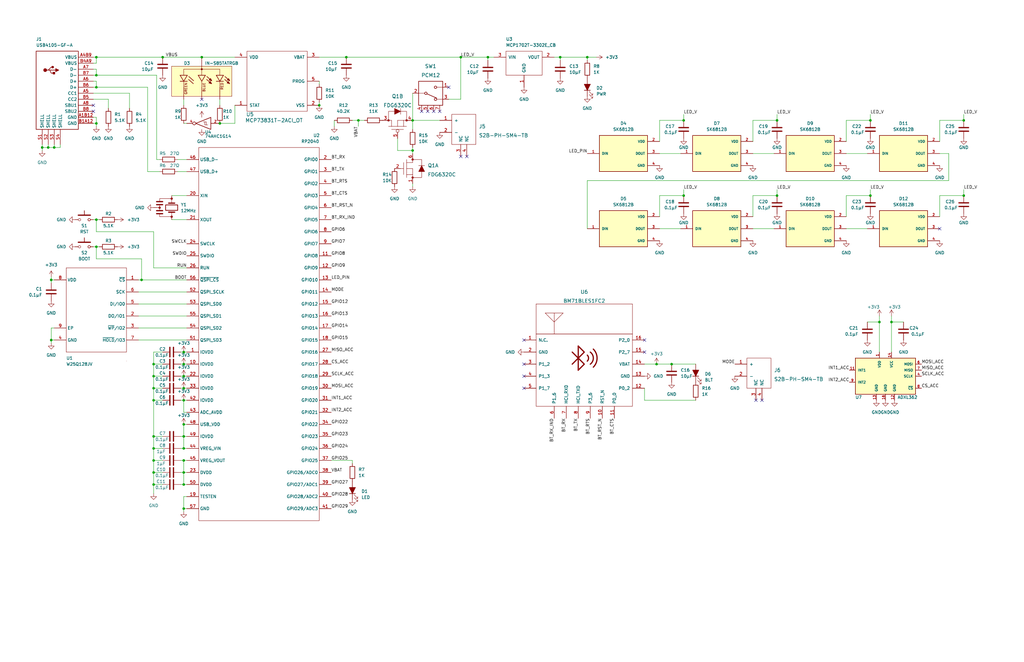
<source format=kicad_sch>
(kicad_sch (version 20211123) (generator eeschema)
  (paper "USLedger")
  (title_block (title "ENGR3430 Final Project - Nabih & Olivia Jo") (date "2022-10-14") (rev "Rev 1.0") (company "Olin College of Engineering"))
  (junction (at 367.03 50.8))
  (junction (at 64.77 153.67))
  (junction (at 205.74 24.13))
  (junction (at 134.62 44.45))
  (junction (at 85.09 24.13))
  (junction (at 64.77 168.91))
  (junction (at 77.47 148.59))
  (junction (at 64.77 194.31))
  (junction (at 77.47 179.07))
  (junction (at 17.78 62.23))
  (junction (at 40.64 36.83))
  (junction (at 22.86 62.23))
  (junction (at 77.47 199.39))
  (junction (at 40.64 52.07))
  (junction (at 247.65 24.13))
  (junction (at 173.99 63.5))
  (junction (at 20.32 62.23))
  (junction (at 64.77 184.15))
  (junction (at 77.47 189.23))
  (junction (at 146.05 24.13))
  (junction (at 375.92 135.89))
  (junction (at 173.99 50.8))
  (junction (at 77.47 158.75))
  (junction (at 68.58 24.13))
  (junction (at 77.47 163.83))
  (junction (at 64.77 163.83))
  (junction (at 40.64 24.13))
  (junction (at 288.29 82.55))
  (junction (at 370.84 135.89))
  (junction (at 77.47 214.63))
  (junction (at 77.47 194.31))
  (junction (at 92.71 52.07))
  (junction (at 367.03 82.55))
  (junction (at 236.22 24.13))
  (junction (at 77.47 204.47))
  (junction (at 283.21 153.67))
  (junction (at 151.13 50.8))
  (junction (at 276.86 153.67))
  (junction (at 64.77 199.39))
  (junction (at 77.47 184.15))
  (junction (at 40.64 92.71))
  (junction (at 77.47 168.91))
  (junction (at 21.59 143.51))
  (junction (at 406.4 50.8))
  (junction (at 327.66 50.8))
  (junction (at 327.66 82.55))
  (junction (at 40.64 104.14))
  (junction (at 59.69 118.11))
  (junction (at 288.29 50.8))
  (junction (at 406.4 82.55))
  (junction (at 21.59 118.11))
  (junction (at 64.77 204.47))
  (junction (at 194.31 24.13))
  (junction (at 40.64 31.75))
  (junction (at 64.77 189.23))
  (junction (at 77.47 153.67))
  (junction (at 64.77 158.75))
  (no_connect (at 189.23 36.83))
  (no_connect (at 39.37 46.99))
  (no_connect (at 39.37 44.45))
  (no_connect (at 318.77 168.91))
  (no_connect (at 321.31 168.91))
  (no_connect (at 85.09 41.91))
  (no_connect (at 396.24 96.52))
  (no_connect (at 180.34 46.99))
  (no_connect (at 182.88 46.99))
  (no_connect (at 177.8 46.99))
  (no_connect (at 185.42 46.99))
  (no_connect (at 196.85 66.04))
  (no_connect (at 194.31 66.04))
  (no_connect (at 220.98 143.51))
  (no_connect (at 271.78 143.51))
  (no_connect (at 220.98 158.75))
  (no_connect (at 220.98 163.83))
  (no_connect (at 220.98 153.67))
  (no_connect (at 271.78 148.59))
  (wire (pts (xy 76.2 168.91) (xy 77.47 168.91)))
  (wire (pts (xy 64.77 153.67) (xy 68.58 153.67)))
  (wire (pts (xy 77.47 44.45) (xy 77.47 41.91)))
  (wire (pts (xy 370.84 135.89) (xy 370.84 148.59)))
  (wire (pts (xy 76.2 163.83) (xy 77.47 163.83)))
  (wire (pts (xy 317.5 82.55) (xy 317.5 91.44)))
  (wire (pts (xy 67.31 72.39) (xy 62.23 72.39)))
  (wire (pts (xy 370.84 133.35) (xy 370.84 135.89)))
  (wire (pts (xy 271.78 168.91) (xy 271.78 163.83)))
  (wire (pts (xy 22.86 62.23) (xy 22.86 60.96)))
  (wire (pts (xy 64.77 168.91) (xy 64.77 163.83)))
  (wire (pts (xy 39.37 36.83) (xy 40.64 36.83)))
  (wire (pts (xy 278.13 82.55) (xy 288.29 82.55)))
  (wire (pts (xy 173.99 39.37) (xy 173.99 50.8)))
  (wire (pts (xy 40.64 36.83) (xy 62.23 36.83)))
  (wire (pts (xy 77.47 189.23) (xy 78.74 189.23)))
  (wire (pts (xy 317.5 50.8) (xy 327.66 50.8)))
  (wire (pts (xy 173.99 63.5) (xy 173.99 62.23)))
  (wire (pts (xy 22.86 62.23) (xy 25.4 62.23)))
  (wire (pts (xy 356.87 82.55) (xy 356.87 91.44)))
  (wire (pts (xy 173.99 50.8) (xy 185.42 50.8)))
  (wire (pts (xy 20.32 62.23) (xy 20.32 60.96)))
  (wire (pts (xy 278.13 64.77) (xy 287.02 64.77)))
  (wire (pts (xy 205.74 24.13) (xy 208.28 24.13)))
  (wire (pts (xy 59.69 109.22) (xy 59.69 118.11)))
  (wire (pts (xy 64.77 189.23) (xy 64.77 184.15)))
  (wire (pts (xy 64.77 184.15) (xy 68.58 184.15)))
  (wire (pts (xy 40.64 109.22) (xy 59.69 109.22)))
  (wire (pts (xy 40.64 49.53) (xy 40.64 52.07)))
  (wire (pts (xy 77.47 168.91) (xy 78.74 168.91)))
  (wire (pts (xy 236.22 24.13) (xy 247.65 24.13)))
  (wire (pts (xy 40.64 36.83) (xy 40.64 34.29)))
  (wire (pts (xy 375.92 135.89) (xy 381 135.89)))
  (wire (pts (xy 367.03 48.26) (xy 367.03 50.8)))
  (wire (pts (xy 375.92 148.59) (xy 375.92 135.89)))
  (wire (pts (xy 77.47 194.31) (xy 77.47 199.39)))
  (wire (pts (xy 278.13 96.52) (xy 287.02 96.52)))
  (wire (pts (xy 39.37 29.21) (xy 40.64 29.21)))
  (wire (pts (xy 396.24 50.8) (xy 406.4 50.8)))
  (wire (pts (xy 64.77 153.67) (xy 64.77 148.59)))
  (wire (pts (xy 64.77 158.75) (xy 64.77 153.67)))
  (wire (pts (xy 74.93 67.31) (xy 78.74 67.31)))
  (wire (pts (xy 77.47 184.15) (xy 78.74 184.15)))
  (wire (pts (xy 54.61 39.37) (xy 54.61 45.72)))
  (wire (pts (xy 396.24 82.55) (xy 406.4 82.55)))
  (wire (pts (xy 77.47 173.99) (xy 78.74 173.99)))
  (wire (pts (xy 205.74 25.4) (xy 205.74 24.13)))
  (wire (pts (xy 99.06 44.45) (xy 99.06 52.07)))
  (wire (pts (xy 76.2 184.15) (xy 77.47 184.15)))
  (wire (pts (xy 76.2 194.31) (xy 77.47 194.31)))
  (wire (pts (xy 278.13 50.8) (xy 288.29 50.8)))
  (wire (pts (xy 64.77 163.83) (xy 64.77 158.75)))
  (wire (pts (xy 327.66 48.26) (xy 327.66 50.8)))
  (wire (pts (xy 247.65 76.2) (xy 400.05 76.2)))
  (wire (pts (xy 189.23 41.91) (xy 194.31 41.91)))
  (wire (pts (xy 64.77 168.91) (xy 68.58 168.91)))
  (wire (pts (xy 278.13 82.55) (xy 278.13 91.44)))
  (wire (pts (xy 58.42 118.11) (xy 59.69 118.11)))
  (wire (pts (xy 40.64 52.07) (xy 40.64 53.34)))
  (wire (pts (xy 64.77 113.03) (xy 78.74 113.03)))
  (wire (pts (xy 77.47 199.39) (xy 77.47 204.47)))
  (wire (pts (xy 78.74 148.59) (xy 77.47 148.59)))
  (wire (pts (xy 356.87 50.8) (xy 367.03 50.8)))
  (wire (pts (xy 45.72 41.91) (xy 45.72 45.72)))
  (wire (pts (xy 21.59 119.38) (xy 21.59 118.11)))
  (wire (pts (xy 21.59 138.43) (xy 21.59 143.51)))
  (wire (pts (xy 76.2 189.23) (xy 77.47 189.23)))
  (wire (pts (xy 40.64 104.14) (xy 41.91 104.14)))
  (wire (pts (xy 194.31 41.91) (xy 194.31 24.13)))
  (wire (pts (xy 134.62 24.13) (xy 146.05 24.13)))
  (wire (pts (xy 67.31 67.31) (xy 66.04 67.31)))
  (wire (pts (xy 173.99 50.8) (xy 173.99 54.61)))
  (wire (pts (xy 77.47 179.07) (xy 77.47 184.15)))
  (wire (pts (xy 317.5 82.55) (xy 327.66 82.55)))
  (wire (pts (xy 78.74 194.31) (xy 77.47 194.31)))
  (wire (pts (xy 76.2 199.39) (xy 77.47 199.39)))
  (wire (pts (xy 39.37 39.37) (xy 54.61 39.37)))
  (wire (pts (xy 396.24 50.8) (xy 396.24 59.69)))
  (wire (pts (xy 233.68 24.13) (xy 236.22 24.13)))
  (wire (pts (xy 327.66 80.01) (xy 327.66 82.55)))
  (wire (pts (xy 396.24 82.55) (xy 396.24 91.44)))
  (wire (pts (xy 365.76 135.89) (xy 370.84 135.89)))
  (wire (pts (xy 92.71 44.45) (xy 92.71 41.91)))
  (wire (pts (xy 39.37 104.14) (xy 40.64 104.14)))
  (wire (pts (xy 21.59 116.84) (xy 21.59 118.11)))
  (wire (pts (xy 58.42 138.43) (xy 78.74 138.43)))
  (wire (pts (xy 148.59 50.8) (xy 151.13 50.8)))
  (wire (pts (xy 22.86 143.51) (xy 21.59 143.51)))
  (wire (pts (xy 85.09 24.13) (xy 99.06 24.13)))
  (wire (pts (xy 406.4 80.01) (xy 406.4 82.55)))
  (wire (pts (xy 77.47 179.07) (xy 78.74 179.07)))
  (wire (pts (xy 39.37 92.71) (xy 40.64 92.71)))
  (wire (pts (xy 77.47 204.47) (xy 78.74 204.47)))
  (wire (pts (xy 40.64 24.13) (xy 40.64 26.67)))
  (wire (pts (xy 173.99 78.74) (xy 173.99 77.47)))
  (wire (pts (xy 39.37 24.13) (xy 40.64 24.13)))
  (wire (pts (xy 40.64 31.75) (xy 66.04 31.75)))
  (wire (pts (xy 64.77 148.59) (xy 68.58 148.59)))
  (wire (pts (xy 66.04 31.75) (xy 66.04 67.31)))
  (wire (pts (xy 78.74 209.55) (xy 77.47 209.55)))
  (wire (pts (xy 64.77 199.39) (xy 68.58 199.39)))
  (wire (pts (xy 40.64 34.29) (xy 39.37 34.29)))
  (wire (pts (xy 406.4 48.26) (xy 406.4 50.8)))
  (wire (pts (xy 64.77 194.31) (xy 64.77 189.23)))
  (wire (pts (xy 247.65 24.13) (xy 251.46 24.13)))
  (wire (pts (xy 77.47 199.39) (xy 78.74 199.39)))
  (wire (pts (xy 140.97 53.34) (xy 140.97 50.8)))
  (wire (pts (xy 167.64 63.5) (xy 173.99 63.5)))
  (wire (pts (xy 40.64 31.75) (xy 39.37 31.75)))
  (wire (pts (xy 62.23 36.83) (xy 62.23 72.39)))
  (wire (pts (xy 68.58 24.13) (xy 85.09 24.13)))
  (wire (pts (xy 21.59 143.51) (xy 21.59 144.78)))
  (wire (pts (xy 17.78 62.23) (xy 20.32 62.23)))
  (wire (pts (xy 139.7 194.31) (xy 148.59 194.31)))
  (wire (pts (xy 39.37 26.67) (xy 40.64 26.67)))
  (wire (pts (xy 59.69 118.11) (xy 78.74 118.11)))
  (wire (pts (xy 77.47 168.91) (xy 77.47 173.99)))
  (wire (pts (xy 77.47 209.55) (xy 77.47 214.63)))
  (wire (pts (xy 39.37 49.53) (xy 40.64 49.53)))
  (wire (pts (xy 148.59 195.58) (xy 148.59 194.31)))
  (wire (pts (xy 77.47 158.75) (xy 78.74 158.75)))
  (wire (pts (xy 64.77 204.47) (xy 68.58 204.47)))
  (wire (pts (xy 375.92 133.35) (xy 375.92 135.89)))
  (wire (pts (xy 58.42 123.19) (xy 78.74 123.19)))
  (wire (pts (xy 64.77 189.23) (xy 68.58 189.23)))
  (wire (pts (xy 288.29 48.26) (xy 288.29 50.8)))
  (wire (pts (xy 17.78 63.5) (xy 17.78 62.23)))
  (wire (pts (xy 58.42 133.35) (xy 78.74 133.35)))
  (wire (pts (xy 40.64 29.21) (xy 40.64 31.75)))
  (wire (pts (xy 40.64 52.07) (xy 39.37 52.07)))
  (wire (pts (xy 64.77 194.31) (xy 68.58 194.31)))
  (wire (pts (xy 99.06 52.07) (xy 92.71 52.07)))
  (wire (pts (xy 58.42 143.51) (xy 78.74 143.51)))
  (wire (pts (xy 40.64 24.13) (xy 68.58 24.13)))
  (wire (pts (xy 21.59 118.11) (xy 22.86 118.11)))
  (wire (pts (xy 146.05 24.13) (xy 194.31 24.13)))
  (wire (pts (xy 40.64 97.79) (xy 64.77 97.79)))
  (wire (pts (xy 25.4 60.96) (xy 25.4 62.23)))
  (wire (pts (xy 400.05 64.77) (xy 396.24 64.77)))
  (wire (pts (xy 76.2 158.75) (xy 77.47 158.75)))
  (wire (pts (xy 17.78 62.23) (xy 17.78 60.96)))
  (wire (pts (xy 236.22 24.13) (xy 236.22 25.4)))
  (wire (pts (xy 134.62 43.18) (xy 134.62 44.45)))
  (wire (pts (xy 77.47 184.15) (xy 77.47 189.23)))
  (wire (pts (xy 356.87 50.8) (xy 356.87 59.69)))
  (wire (pts (xy 78.74 214.63) (xy 77.47 214.63)))
  (wire (pts (xy 40.64 92.71) (xy 41.91 92.71)))
  (wire (pts (xy 77.47 153.67) (xy 78.74 153.67)))
  (wire (pts (xy 40.64 92.71) (xy 40.64 97.79)))
  (wire (pts (xy 276.86 153.67) (xy 283.21 153.67)))
  (wire (pts (xy 72.39 82.55) (xy 78.74 82.55)))
  (wire (pts (xy 247.65 96.52) (xy 247.65 76.2)))
  (wire (pts (xy 293.37 168.91) (xy 271.78 168.91)))
  (wire (pts (xy 167.64 58.42) (xy 167.64 63.5)))
  (wire (pts (xy 78.74 52.07) (xy 77.47 52.07)))
  (wire (pts (xy 64.77 208.28) (xy 64.77 204.47)))
  (wire (pts (xy 367.03 80.01) (xy 367.03 82.55)))
  (wire (pts (xy 58.42 128.27) (xy 78.74 128.27)))
  (wire (pts (xy 247.65 24.13) (xy 247.65 25.4)))
  (wire (pts (xy 173.99 64.77) (xy 173.99 63.5)))
  (wire (pts (xy 356.87 64.77) (xy 365.76 64.77)))
  (wire (pts (xy 283.21 153.67) (xy 293.37 153.67)))
  (wire (pts (xy 400.05 76.2) (xy 400.05 64.77)))
  (wire (pts (xy 76.2 153.67) (xy 77.47 153.67)))
  (wire (pts (xy 317.5 64.77) (xy 326.39 64.77)))
  (wire (pts (xy 40.64 104.14) (xy 40.64 109.22)))
  (wire (pts (xy 22.86 138.43) (xy 21.59 138.43)))
  (wire (pts (xy 288.29 80.01) (xy 288.29 82.55)))
  (wire (pts (xy 194.31 24.13) (xy 205.74 24.13)))
  (wire (pts (xy 151.13 50.8) (xy 151.13 53.34)))
  (wire (pts (xy 278.13 50.8) (xy 278.13 59.69)))
  (wire (pts (xy 356.87 82.55) (xy 367.03 82.55)))
  (wire (pts (xy 134.62 34.29) (xy 134.62 35.56)))
  (wire (pts (xy 64.77 168.91) (xy 64.77 184.15)))
  (wire (pts (xy 20.32 62.23) (xy 22.86 62.23)))
  (wire (pts (xy 151.13 50.8) (xy 153.67 50.8)))
  (wire (pts (xy 74.93 72.39) (xy 78.74 72.39)))
  (wire (pts (xy 77.47 163.83) (xy 78.74 163.83)))
  (wire (pts (xy 64.77 97.79) (xy 64.77 113.03)))
  (wire (pts (xy 72.39 92.71) (xy 78.74 92.71)))
  (wire (pts (xy 39.37 41.91) (xy 45.72 41.91)))
  (wire (pts (xy 64.77 199.39) (xy 64.77 194.31)))
  (wire (pts (xy 76.2 204.47) (xy 77.47 204.47)))
  (wire (pts (xy 77.47 214.63) (xy 77.47 215.9)))
  (wire (pts (xy 64.77 158.75) (xy 68.58 158.75)))
  (wire (pts (xy 64.77 163.83) (xy 68.58 163.83)))
  (wire (pts (xy 356.87 96.52) (xy 365.76 96.52)))
  (wire (pts (xy 317.5 50.8) (xy 317.5 59.69)))
  (wire (pts (xy 271.78 153.67) (xy 276.86 153.67)))
  (wire (pts (xy 64.77 204.47) (xy 64.77 199.39)))
  (wire (pts (xy 317.5 96.52) (xy 326.39 96.52)))
  (wire (pts (xy 76.2 148.59) (xy 77.47 148.59)))
  (label "INT2_ACC" (at 139.7 173.99 0))
  (label "CS_ACC" (at 388.62 163.83 0))
  (label "CS_ACC" (at 139.7 153.67 0))
  (label "MISO_ACC" (at 139.7 148.59 0))
  (label "GPIO12" (at 139.7 128.27 0))
  (label "MODE" (at 309.88 153.67 180))
  (label "BT_RX" (at 238.76 176.53 270))
  (label "LED_PIN" (at 247.65 64.77 180))
  (label "LED_V" (at 327.66 80.01 0))
  (label "BT_RST_N" (at 139.7 87.63 0))
  (label "RUN" (at 78.74 113.03 180))
  (label "LED_PIN" (at 139.7 118.11 0))
  (label "SWDIO" (at 78.74 107.95 180))
  (label "GPIO6" (at 139.7 97.79 0))
  (label "SWCLK" (at 78.74 102.87 180))
  (label "BT_CTS" (at 259.08 176.53 270))
  (label "GPIO28" (at 139.7 209.55 0))
  (label "LED_V" (at 406.4 80.01 0))
  (label "GPIO24" (at 139.7 189.23 0))
  (label "GPIO27" (at 139.7 204.47 0))
  (label "VBAT" (at 139.7 199.39 0))
  (label "INT2_ACC" (at 358.14 161.29 180))
  (label "LED_V" (at 406.4 48.26 0))
  (label "LED_V" (at 194.31 24.13 0))
  (label "MISO_ACC" (at 388.62 156.21 0))
  (label "BT_TX" (at 139.7 72.39 0))
  (label "GPIO25" (at 139.7 194.31 0))
  (label "GPIO9" (at 139.7 113.03 0))
  (label "LED_V" (at 367.03 80.01 0))
  (label "BT_RX" (at 139.7 67.31 0))
  (label "GPIO14" (at 139.7 138.43 0))
  (label "BT_TX" (at 243.84 176.53 270))
  (label "SCLK_ACC" (at 139.7 158.75 0))
  (label "GPIO15" (at 139.7 143.51 0))
  (label "VBUS" (at 69.85 24.13 0))
  (label "SCLK_ACC" (at 388.62 158.75 0))
  (label "MOSI_ACC" (at 388.62 153.67 0))
  (label "LED_V" (at 288.29 80.01 0))
  (label "LED_V" (at 367.03 48.26 0))
  (label "BT_RTS" (at 248.92 176.53 270))
  (label "LED_V" (at 327.66 48.26 0))
  (label "BOOT" (at 78.74 118.11 180))
  (label "GPIO13" (at 139.7 133.35 0))
  (label "INT1_ACC" (at 139.7 168.91 0))
  (label "GPIO8" (at 139.7 107.95 0))
  (label "MODE" (at 139.7 123.19 0))
  (label "LED_V" (at 288.29 48.26 0))
  (label "BT_RTS" (at 139.7 77.47 0))
  (label "MOSI_ACC" (at 139.7 163.83 0))
  (label "BT_RST_N" (at 254 176.53 270))
  (label "GPIO29" (at 139.7 214.63 0))
  (label "BT_RX_IND" (at 233.68 176.53 270))
  (label "INT1_ACC" (at 358.14 156.21 180))
  (label "VBAT" (at 151.13 53.34 270))
  (label "BT_RX_IND" (at 139.7 92.71 0))
  (label "BT_CTS" (at 139.7 82.55 0))
  (label "GPIO7" (at 139.7 102.87 0))
  (label "GPIO23" (at 139.7 184.15 0))
  (label "GPIO22" (at 139.7 179.07 0))
  (symbol (lib_id "Device:C") (at 406.4 54.61 0) (mirror x) (unit 1)
    (property "Reference" "C25" (at 402.59 53.34 0) (effects (justify right)))
    (property "Value" "0.1µF" (at 403.86 55.88 0) (effects (justify right)))
    (property "Footprint" "Resistor_SMD:R_0603_1608Metric" (effects hide))
  )
  (symbol (lib_id "Device:C") (at 365.76 139.7 0) (mirror x) (unit 1)
    (property "Reference" "C21" (at 361.95 138.4299 0) (effects (justify right)))
    (property "Value" "0.1µF" (at 361.95 140.9699 0) (effects (justify right)))
    (property "Footprint" "Resistor_SMD:R_0603_1608Metric" (effects hide))
  )
  (symbol (lib_id "power:GND") (at 146.05 31.75 0) (unit 1)
    (property "Reference" "#PWR0109" (effects hide))
    (property "Value" "GND" (at 146.05 36.83 0))
  )
  (symbol (lib_id "power:GND") (at 85.09 54.61 0) (unit 1)
    (property "Reference" "#PWR0139" (effects hide))
    (property "Value" "GND" (at 85.09 59.69 0))
  )
  (symbol (lib_id "Device:R") (at 293.37 165.1 0) (unit 1)
    (property "Reference" "R16" (at 295.91 163.8299 0) (effects (justify left)))
    (property "Value" "1K" (at 295.91 166.3699 0) (effects (justify left)))
    (property "Footprint" "Resistor_SMD:R_0603_1608Metric" (effects hide))
  )
  (symbol (lib_id "Device:C") (at 327.66 86.36 0) (mirror x) (unit 1)
    (property "Reference" "C20" (at 323.85 85.09 0) (effects (justify right)))
    (property "Value" "0.1µF" (at 325.12 87.63 0) (effects (justify right)))
    (property "Footprint" "Resistor_SMD:R_0603_1608Metric" (effects hide))
  )
  (symbol (lib_id "power:GND") (at 31.75 104.14 270) (unit 1)
    (property "Reference" "#PWR06" (effects hide))
    (property "Value" "GND" (at 27.94 104.1399 90) (effects (justify right)))
  )
  (symbol (lib_id "power:+3V3") (at 370.84 133.35 0) (unit 1)
    (property "Reference" "#PWR0140" (effects hide))
    (property "Value" "+3V3" (at 368.3 129.54 0))
  )
  (symbol (lib_id "power:GND") (at 17.78 63.5 0) (unit 1)
    (property "Reference" "#PWR01" (effects hide))
    (property "Value" "GND" (at 17.78 68.58 0))
  )
  (symbol (lib_id "power:+3V3") (at 77.47 158.75 0) (unit 1)
    (property "Reference" "#PWR0104" (effects hide))
    (property "Value" "+3V3" (at 77.47 154.94 0))
  )
  (symbol (lib_id "Device:R") (at 173.99 58.42 0) (unit 1)
    (property "Reference" "R15" (at 176.53 57.1499 0) (effects (justify left)))
    (property "Value" "10K" (at 176.53 59.6899 0) (effects (justify left)))
    (property "Footprint" "Resistor_SMD:R_0603_1608Metric" (effects hide))
  )
  (symbol (lib_id "SnapEDA:4691") (at 341.63 64.77 0) (unit 1)
    (property "Reference" "D9" (at 341.63 52.07 0))
    (property "Value" "SK6812B" (at 341.63 54.61 0))
    (property "Footprint" "SnapEDA:LED_4691" (effects hide))
    (property "SNAPEDA_PN" "4691" (effects hide))
    (property "MAXIMUM_PACKAGE_HEIGHT" "2.05 mm" (effects hide))
    (property "STANDARD" "Manufacturer Recommendations" (effects hide))
    (property "MANUFACTURER" "Adafruit" (effects hide))
    (property "PARTREV" "04" (effects hide))
  )
  (symbol (lib_id "Device:R") (at 71.12 72.39 90) (unit 1)
    (property "Reference" "R6" (at 68.58 69.85 90))
    (property "Value" "27Ω" (at 73.66 69.85 90))
    (property "Footprint" "Resistor_SMD:R_0603_1608Metric" (effects hide))
  )
  (symbol (lib_id "SnapEDA:ADXL362") (at 373.38 158.75 0) (unit 1)
    (property "Reference" "U7" (at 360.68 167.64 0) (effects (justify left)))
    (property "Value" "ADXL362" (at 378.46 167.64 0) (effects (justify left)))
    (property "Footprint" "SnapEDA:TFLGA-16_3.3MMX3.1MM" (effects hide))
    (property "MOUSER" "584-ADXL362BCCZ-R7" (effects hide))
    (property "NEWARK" "47W0478" (effects hide))
    (property "DIGIKEY" "ADXL362BCCZ-RL7CT-ND" (effects hide))
  )
  (symbol (lib_id "Eclectronics:MCP73831T-2ACI_OT") (at 116.84 34.29 0) (unit 1)
    (property "Reference" "U5" (at 105.41 48.26 0) (effects (font (size 1.524 1.524))))
    (property "Value" "MCP73831T-2ACI_OT" (at 115.57 50.8 0) (effects (font (size 1.524 1.524))))
    (property "Footprint" "MCP:MCP73831T-2ACI&slash_OT" (effects hide))
  )
  (symbol (lib_id "power:GND") (at 406.4 58.42 0) (unit 1)
    (property "Reference" "#PWR0124" (effects hide))
    (property "Value" "GND" (at 406.4 62.23 0))
  )
  (symbol (lib_id "SnapEDA:4691") (at 381 64.77 0) (unit 1)
    (property "Reference" "D11" (at 381 52.07 0))
    (property "Value" "SK6812B" (at 381 54.61 0))
    (property "Footprint" "SnapEDA:LED_4691" (effects hide))
    (property "SNAPEDA_PN" "4691" (effects hide))
    (property "MAXIMUM_PACKAGE_HEIGHT" "2.05 mm" (effects hide))
    (property "STANDARD" "Manufacturer Recommendations" (effects hide))
    (property "MANUFACTURER" "Adafruit" (effects hide))
    (property "PARTREV" "04" (effects hide))
  )
  (symbol (lib_id "power:GND") (at 166.37 78.74 0) (unit 1)
    (property "Reference" "#PWR0106" (effects hide))
    (property "Value" "GND" (at 166.37 83.82 0))
  )
  (symbol (lib_id "power:GND") (at 140.97 53.34 0) (unit 1)
    (property "Reference" "#PWR0107" (effects hide))
    (property "Value" "GND" (at 140.97 58.42 0))
  )
  (symbol (lib_id "Eclectronics:SW") (at 35.56 92.71 270) (unit 1)
    (property "Reference" "S1" (at 35.56 95.25 90))
    (property "Value" "RST" (at 35.56 97.79 90))
    (property "Footprint" "Eclectronics:KXT321LHS" (effects hide))
  )
  (symbol (lib_id "Device:R") (at 77.47 48.26 0) (unit 1)
    (property "Reference" "R9" (at 73.66 46.99 0) (effects (justify left)))
    (property "Value" "1K" (at 73.66 49.53 0) (effects (justify left)))
    (property "Footprint" "Resistor_SMD:R_0603_1608Metric" (effects hide))
  )
  (symbol (lib_id "Device:C") (at 367.03 54.61 0) (mirror x) (unit 1)
    (property "Reference" "C22" (at 363.22 53.34 0) (effects (justify right)))
    (property "Value" "0.1µF" (at 364.49 55.88 0) (effects (justify right)))
    (property "Footprint" "Resistor_SMD:R_0603_1608Metric" (effects hide))
  )
  (symbol (lib_id "Device:C") (at 72.39 163.83 270) (unit 1)
    (property "Reference" "C5" (at 69.85 162.56 90) (effects (justify right)))
    (property "Value" "0.1µF" (at 71.12 165.1 90) (effects (justify right)))
    (property "Footprint" "Capacitor_SMD:C_0603_1608Metric" (effects hide))
  )
  (symbol (lib_id "Device:C") (at 146.05 27.94 0) (mirror x) (unit 1)
    (property "Reference" "C15" (at 142.24 26.6699 0) (effects (justify right)))
    (property "Value" "10µF" (at 142.24 29.2099 0) (effects (justify right)))
    (property "Footprint" "Capacitor_SMD:C_0805_2012Metric" (effects hide))
  )
  (symbol (lib_id "Eclectronics:S2B-PH-SM4-TB") (at 195.58 53.34 0) (unit 1)
    (property "Reference" "J5" (at 201.93 53.34 0) (effects (font (size 1.524 1.524)) (justify left)))
    (property "Value" "S2B-PH-SM4-TB" (at 201.93 57.15 0) (effects (font (size 1.524 1.524)) (justify left)))
    (property "Footprint" "Eclectronics:S2B-PH-SM4-TB" (effects hide))
  )
  (symbol (lib_id "Device:C") (at 72.39 199.39 270) (unit 1)
    (property "Reference" "C10" (at 69.85 198.12 90) (effects (justify right)))
    (property "Value" "0.1µF" (at 71.12 200.66 90) (effects (justify right)))
    (property "Footprint" "Capacitor_SMD:C_0603_1608Metric" (effects hide))
  )
  (symbol (lib_id "Device:C") (at 21.59 123.19 0) (mirror x) (unit 1)
    (property "Reference" "C1" (at 17.78 121.9199 0) (effects (justify right)))
    (property "Value" "0.1µF" (at 17.78 124.4599 0) (effects (justify right)))
    (property "Footprint" "Resistor_SMD:R_0603_1608Metric" (effects hide))
  )
  (symbol (lib_id "power:GND") (at 45.72 53.34 0) (unit 1)
    (property "Reference" "#PWR08" (effects hide))
    (property "Value" "GND" (at 45.72 58.42 0))
  )
  (symbol (lib_id "power:GND") (at 377.19 168.91 0) (unit 1)
    (property "Reference" "#PWR0134" (effects hide))
    (property "Value" "GND" (at 377.19 173.99 0))
  )
  (symbol (lib_id "SnapEDA:4691") (at 262.89 64.77 0) (unit 1)
    (property "Reference" "D4" (at 262.89 52.07 0))
    (property "Value" "SK6812B" (at 262.89 54.61 0))
    (property "Footprint" "SnapEDA:LED_4691" (effects hide))
    (property "SNAPEDA_PN" "4691" (effects hide))
    (property "MAXIMUM_PACKAGE_HEIGHT" "2.05 mm" (effects hide))
    (property "STANDARD" "Manufacturer Recommendations" (effects hide))
    (property "MANUFACTURER" "Adafruit" (effects hide))
    (property "PARTREV" "04" (effects hide))
  )
  (symbol (lib_id "74xGxx:74AHC1G14") (at 85.09 52.07 0) (mirror y) (unit 1)
    (property "Reference" "U4" (at 86.36 55.75 0) (effects (justify right)))
    (property "Value" "74AHC1G14" (at 86.36 57.5 0) (effects (justify right)))
    (property "Footprint" "SnapEDA:SOT65P210X110-5N" (effects hide))
    (property "Datasheet" "https://www.ti.com/lit/ds/symlink/sn74lvc1g14.pdf" (effects hide))
  )
  (symbol (lib_id "power:GND") (at 220.98 36.83 0) (unit 1)
    (property "Reference" "#PWR018" (effects hide))
    (property "Value" "GND" (at 220.98 41.91 0))
  )
  (symbol (lib_id "Device:R") (at 166.37 74.93 0) (unit 1)
    (property "Reference" "R14" (at 161.29 73.66 0) (effects (justify left)))
    (property "Value" "10K" (at 161.29 76.2 0) (effects (justify left)))
    (property "Footprint" "Resistor_SMD:R_0603_1608Metric" (effects hide))
  )
  (symbol (lib_id "Device:C") (at 72.39 168.91 270) (unit 1)
    (property "Reference" "C6" (at 69.85 167.64 90) (effects (justify right)))
    (property "Value" "0.1µF" (at 71.12 170.18 90) (effects (justify right)))
    (property "Footprint" "Capacitor_SMD:C_0603_1608Metric" (effects hide))
  )
  (symbol (lib_id "Device:R") (at 45.72 92.71 90) (unit 1)
    (property "Reference" "R2" (at 45.72 90.17 90))
    (property "Value" "5.1K" (at 45.72 95.25 90))
    (property "Footprint" "Resistor_SMD:R_0603_1608Metric" (effects hide))
  )
  (symbol (lib_id "power:GND") (at 288.29 58.42 0) (unit 1)
    (property "Reference" "#PWR0115" (effects hide))
    (property "Value" "GND" (at 288.29 62.23 0))
  )
  (symbol (lib_id "power:+3V3") (at 85.09 49.53 0) (unit 1)
    (property "Reference" "#PWR0138" (effects hide))
    (property "Value" "+3V3" (at 85.09 44.45 0))
  )
  (symbol (lib_id "Device:LED_Filled") (at 293.37 157.48 90) (unit 1)
    (property "Reference" "D6" (at 297.18 157.7974 90) (effects (justify right)))
    (property "Value" "BLT" (at 297.18 160.3374 90) (effects (justify right)))
    (property "Footprint" "LED_SMD:LED_0805_2012Metric" (effects hide))
  )
  (symbol (lib_id "Eclectronics:SW") (at 35.56 104.14 270) (unit 1)
    (property "Reference" "S2" (at 35.56 106.68 90))
    (property "Value" "BOOT" (at 35.56 109.22 90))
    (property "Footprint" "Eclectronics:KXT321LHS" (effects hide))
  )
  (symbol (lib_id "power:+3V3") (at 251.46 24.13 270) (unit 1)
    (property "Reference" "#PWR025" (effects hide))
    (property "Value" "+3V3" (at 255.27 24.1299 90) (effects (justify left)))
  )
  (symbol (lib_id "power:GND") (at 317.5 69.85 0) (unit 1)
    (property "Reference" "#PWR0119" (effects hide))
    (property "Value" "GND" (at 317.5 74.93 0))
  )
  (symbol (lib_id "power:+3V3") (at 77.47 153.67 0) (unit 1)
    (property "Reference" "#PWR0103" (effects hide))
    (property "Value" "+3V3" (at 77.47 149.86 0))
  )
  (symbol (lib_id "power:GND") (at 236.22 33.02 0) (unit 1)
    (property "Reference" "#PWR023" (effects hide))
    (property "Value" "GND" (at 236.22 38.1 0))
  )
  (symbol (lib_id "power:GND") (at 21.59 127 0) (unit 1)
    (property "Reference" "#PWR03" (effects hide))
    (property "Value" "GND" (at 21.59 132.08 0))
  )
  (symbol (lib_id "power:+3V3") (at 276.86 153.67 0) (unit 1)
    (property "Reference" "#PWR0126" (effects hide))
    (property "Value" "+3V3" (at 276.86 148.59 0) (effects (justify top)))
  )
  (symbol (lib_id "Eclectronics:S2B-PH-SM4-TB") (at 320.04 156.21 0) (unit 1)
    (property "Reference" "J6" (at 326.39 156.21 0) (effects (font (size 1.524 1.524)) (justify left)))
    (property "Value" "S2B-PH-SM4-TB" (at 326.39 160.02 0) (effects (font (size 1.524 1.524)) (justify left)))
    (property "Footprint" "Eclectronics:S2B-PH-SM4-TB" (effects hide))
  )
  (symbol (lib_id "Device:LED_Filled") (at 247.65 36.83 90) (unit 1)
    (property "Reference" "D2" (at 251.46 37.1474 90) (effects (justify right)))
    (property "Value" "PWR" (at 251.46 39.6874 90) (effects (justify right)))
    (property "Footprint" "LED_SMD:LED_0805_2012Metric" (effects hide))
  )
  (symbol (lib_id "power:GND") (at 40.64 53.34 0) (unit 1)
    (property "Reference" "#PWR07" (effects hide))
    (property "Value" "GND" (at 40.64 58.42 0))
  )
  (symbol (lib_id "power:GND") (at 77.47 215.9 0) (unit 1)
    (property "Reference" "#PWR015" (effects hide))
    (property "Value" "GND" (at 77.47 220.98 0))
  )
  (symbol (lib_id "Eclectronics:FDG6320C") (at 173.99 71.12 0) (unit 1)
    (property "Reference" "Q1" (at 180.34 69.85 0) (effects (font (size 1.524 1.524)) (justify left)))
    (property "Value" "FDG6320C" (at 180.34 73.66 0) (effects (font (size 1.524 1.524)) (justify left)))
    (property "Footprint" "SnapEDA:SOT65P210X110-6N" (effects hide))
  )
  (symbol (lib_id "Eclectronics:USB4105-GF-A") (at 24.13 38.1 0) (unit 1)
    (property "Reference" "J1" (at 15.24 16.51 0) (effects (justify left)))
    (property "Value" "USB4105-GF-A" (at 15.24 19.05 0) (effects (justify left)))
    (property "Footprint" "Eclectronics:USB4105-GF-A" (effects hide))
  )
  (symbol (lib_id "power:GND") (at 31.75 92.71 270) (unit 1)
    (property "Reference" "#PWR05" (effects hide))
    (property "Value" "GND" (at 27.94 92.7099 90) (effects (justify right)))
  )
  (symbol (lib_id "power:+3V3") (at 49.53 104.14 270) (unit 1)
    (property "Reference" "#PWR010" (effects hide))
    (property "Value" "+3V3" (at 53.594 104.1399 90) (effects (justify left)))
  )
  (symbol (lib_id "power:GND") (at 148.59 210.82 0) (unit 1)
    (property "Reference" "#PWR016" (effects hide))
    (property "Value" "GND" (at 148.59 215.9 0))
  )
  (symbol (lib_id "Eclectronics:BM71BLES1FC2") (at 246.38 151.13 0) (unit 1)
    (property "Reference" "U6" (at 246.38 123.19 0) (effects (font (size 1.524 1.524))))
    (property "Value" "BM71BLES1FC2" (at 246.38 127 0) (effects (font (size 1.524 1.524))))
    (property "Footprint" "Eclectronics:BM71BLES1FC2" (effects hide))
  )
  (symbol (lib_id "power:+3V3") (at 49.53 92.71 270) (unit 1)
    (property "Reference" "#PWR09" (effects hide))
    (property "Value" "+3V3" (at 53.594 92.7099 90) (effects (justify left)))
  )
  (symbol (lib_id "power:GND") (at 367.03 58.42 0) (unit 1)
    (property "Reference" "#PWR0122" (effects hide))
    (property "Value" "GND" (at 367.03 62.23 0))
  )
  (symbol (lib_id "Device:R") (at 157.48 50.8 90) (unit 1)
    (property "Reference" "R13" (at 157.48 44.45 90))
    (property "Value" "11K" (at 157.48 46.99 90))
    (property "Footprint" "Resistor_SMD:R_0603_1608Metric" (effects hide))
  )
  (symbol (lib_id "Device:C") (at 72.39 153.67 270) (unit 1)
    (property "Reference" "C3" (at 69.85 152.4 90) (effects (justify right)))
    (property "Value" "0.1µF" (at 71.12 154.94 90) (effects (justify right)))
    (property "Footprint" "Capacitor_SMD:C_0603_1608Metric" (effects hide))
  )
  (symbol (lib_id "Device:C") (at 283.21 157.48 0) (unit 1)
    (property "Reference" "C16" (at 287.02 156.2099 0) (effects (justify left)))
    (property "Value" "10µF" (at 287.02 158.7499 0) (effects (justify left)))
    (property "Footprint" "Capacitor_SMD:C_0805_2012Metric" (effects hide))
  )
  (symbol (lib_id "power:GND") (at 220.98 148.59 270) (unit 1)
    (property "Reference" "#PWR0125" (effects hide))
    (property "Value" "GND" (at 217.17 148.5899 90) (effects (justify right)))
  )
  (symbol (lib_id "Device:C") (at 72.39 189.23 270) (unit 1)
    (property "Reference" "C8" (at 69.85 187.96 90) (effects (justify right)))
    (property "Value" "1µF" (at 69.85 190.5 90) (effects (justify right)))
    (property "Footprint" "Capacitor_SMD:C_0603_1608Metric" (effects hide))
  )
  (symbol (lib_id "power:GND") (at 247.65 40.64 0) (unit 1)
    (property "Reference" "#PWR024" (effects hide))
    (property "Value" "GND" (at 247.65 45.72 0))
  )
  (symbol (lib_id "Device:C") (at 68.58 27.94 0) (mirror x) (unit 1)
    (property "Reference" "C14" (at 64.77 26.6699 0) (effects (justify right)))
    (property "Value" "10µF" (at 64.77 29.2099 0) (effects (justify right)))
    (property "Footprint" "Capacitor_SMD:C_0805_2012Metric" (effects hide))
  )
  (symbol (lib_id "SnapEDA:4691") (at 341.63 96.52 0) (unit 1)
    (property "Reference" "D10" (at 341.63 83.82 0))
    (property "Value" "SK6812B" (at 341.63 86.36 0))
    (property "Footprint" "SnapEDA:LED_4691" (effects hide))
    (property "SNAPEDA_PN" "4691" (effects hide))
    (property "MAXIMUM_PACKAGE_HEIGHT" "2.05 mm" (effects hide))
    (property "STANDARD" "Manufacturer Recommendations" (effects hide))
    (property "MANUFACTURER" "Adafruit" (effects hide))
    (property "PARTREV" "04" (effects hide))
  )
  (symbol (lib_id "Device:C") (at 205.74 29.21 0) (mirror x) (unit 1)
    (property "Reference" "C12" (at 201.93 27.9399 0) (effects (justify right)))
    (property "Value" "10µF" (at 201.93 30.4799 0) (effects (justify right)))
    (property "Footprint" "Capacitor_SMD:C_0805_2012Metric" (effects hide))
  )
  (symbol (lib_id "power:GND") (at 309.88 158.75 0) (unit 1)
    (property "Reference" "#PWR027" (effects hide))
    (property "Value" "GND" (at 309.88 163.83 0))
  )
  (symbol (lib_id "power:GND") (at 271.78 158.75 90) (unit 1)
    (property "Reference" "#PWR0127" (effects hide))
    (property "Value" "GND" (at 275.59 158.7499 90) (effects (justify right)))
  )
  (symbol (lib_id "power:GND") (at 278.13 101.6 0) (unit 1)
    (property "Reference" "#PWR0116" (effects hide))
    (property "Value" "GND" (at 278.13 106.68 0))
  )
  (symbol (lib_id "Device:R") (at 148.59 199.39 0) (unit 1)
    (property "Reference" "R7" (at 151.13 198.1199 0) (effects (justify left)))
    (property "Value" "1K" (at 151.13 200.6599 0) (effects (justify left)))
    (property "Footprint" "Resistor_SMD:R_0603_1608Metric" (effects hide))
  )
  (symbol (lib_id "power:GND") (at 396.24 101.6 0) (unit 1)
    (property "Reference" "#PWR0130" (effects hide))
    (property "Value" "GND" (at 396.24 106.68 0))
  )
  (symbol (lib_id "Device:C") (at 236.22 29.21 0) (unit 1)
    (property "Reference" "C13" (at 240.03 27.9399 0) (effects (justify left)))
    (property "Value" "10µF" (at 240.03 30.4799 0) (effects (justify left)))
    (property "Footprint" "Capacitor_SMD:C_0805_2012Metric" (effects hide))
  )
  (symbol (lib_id "power:+3V3") (at 77.47 168.91 0) (unit 1)
    (property "Reference" "#PWR0101" (effects hide))
    (property "Value" "+3V3" (at 77.47 165.1 0))
  )
  (symbol (lib_id "Device:R") (at 71.12 67.31 90) (unit 1)
    (property "Reference" "R5" (at 68.58 64.77 90))
    (property "Value" "27Ω" (at 73.66 64.77 90))
    (property "Footprint" "Resistor_SMD:R_0603_1608Metric" (effects hide))
  )
  (symbol (lib_id "power:GND") (at 283.21 161.29 0) (unit 1)
    (property "Reference" "#PWR0128" (effects hide))
    (property "Value" "GND" (at 283.21 166.37 0))
  )
  (symbol (lib_id "power:+3V3") (at 77.47 148.59 0) (unit 1)
    (property "Reference" "#PWR014" (effects hide))
    (property "Value" "+3V3" (at 77.47 144.78 0))
  )
  (symbol (lib_id "Eclectronics:PCM12") (at 181.61 39.37 0) (unit 1)
    (property "Reference" "SW1" (at 181.61 27.94 0) (effects (font (size 1.524 1.524))))
    (property "Value" "PCM12" (at 181.61 31.75 0) (effects (font (size 1.524 1.524))))
    (property "Footprint" "Eclectronics:PCM12" (effects hide))
  )
  (symbol (lib_id "Eclectronics:FDG6320C") (at 167.64 50.8 270) (mirror x) (unit 2)
    (property "Reference" "Q1" (at 167.64 40.64 90) (effects (font (size 1.524 1.524))))
    (property "Value" "FDG6320C" (at 167.64 44.45 90) (effects (font (size 1.524 1.524))))
    (property "Footprint" "SnapEDA:SOT65P210X110-6N" (effects hide))
  )
  (symbol (lib_id "power:GND") (at 21.59 144.78 0) (unit 1)
    (property "Reference" "#PWR04" (effects hide))
    (property "Value" "GND" (at 21.59 149.86 0))
  )
  (symbol (lib_id "Device:C") (at 72.39 194.31 270) (unit 1)
    (property "Reference" "C9" (at 69.85 193.04 90) (effects (justify right)))
    (property "Value" "1µF" (at 69.85 195.58 90) (effects (justify right)))
    (property "Footprint" "Capacitor_SMD:C_0603_1608Metric" (effects hide))
  )
  (symbol (lib_id "Device:C") (at 406.4 86.36 0) (mirror x) (unit 1)
    (property "Reference" "C26" (at 402.59 85.09 0) (effects (justify right)))
    (property "Value" "0.1µF" (at 403.86 87.63 0) (effects (justify right)))
    (property "Footprint" "Resistor_SMD:R_0603_1608Metric" (effects hide))
  )
  (symbol (lib_id "power:GND") (at 356.87 69.85 0) (unit 1)
    (property "Reference" "#PWR0123" (effects hide))
    (property "Value" "GND" (at 356.87 74.93 0))
  )
  (symbol (lib_id "SnapEDA:4691") (at 302.26 64.77 0) (unit 1)
    (property "Reference" "D7" (at 302.26 52.07 0))
    (property "Value" "SK6812B" (at 302.26 54.61 0))
    (property "Footprint" "SnapEDA:LED_4691" (effects hide))
    (property "SNAPEDA_PN" "4691" (effects hide))
    (property "MAXIMUM_PACKAGE_HEIGHT" "2.05 mm" (effects hide))
    (property "STANDARD" "Manufacturer Recommendations" (effects hide))
    (property "MANUFACTURER" "Adafruit" (effects hide))
    (property "PARTREV" "04" (effects hide))
  )
  (symbol (lib_id "Eclectronics:W25Q128JV") (at 40.64 130.81 0) (unit 1)
    (property "Reference" "U1" (at 27.94 151.13 0) (effects (justify left)))
    (property "Value" "W25Q128JV" (at 27.94 153.67 0) (effects (justify left)))
    (property "Footprint" "Eclectronics:MIC_WSON-8-M" (effects hide))
  )
  (symbol (lib_id "power:GND") (at 365.76 143.51 0) (unit 1)
    (property "Reference" "#PWR0137" (effects hide))
    (property "Value" "GND" (at 365.76 148.59 0))
  )
  (symbol (lib_id "power:GND") (at 373.38 168.91 0) (unit 1)
    (property "Reference" "#PWR0135" (effects hide))
    (property "Value" "GND" (at 373.38 173.99 0))
  )
  (symbol (lib_id "power:GND") (at 173.99 78.74 0) (unit 1)
    (property "Reference" "#PWR0111" (effects hide))
    (property "Value" "GND" (at 173.99 83.82 0))
  )
  (symbol (lib_id "Device:R") (at 45.72 104.14 90) (unit 1)
    (property "Reference" "R3" (at 45.72 101.6 90))
    (property "Value" "5.1K" (at 45.72 106.68 90))
    (property "Footprint" "Resistor_SMD:R_0603_1608Metric" (effects hide))
  )
  (symbol (lib_id "Device:C") (at 288.29 86.36 0) (mirror x) (unit 1)
    (property "Reference" "C18" (at 284.48 85.09 0) (effects (justify right)))
    (property "Value" "0.1µF" (at 285.75 87.63 0) (effects (justify right)))
    (property "Footprint" "Resistor_SMD:R_0603_1608Metric" (effects hide))
  )
  (symbol (lib_id "power:GND") (at 278.13 69.85 0) (unit 1)
    (property "Reference" "#PWR0114" (effects hide))
    (property "Value" "GND" (at 278.13 74.93 0))
  )
  (symbol (lib_id "power:+3V3") (at 77.47 179.07 0) (unit 1)
    (property "Reference" "#PWR0105" (effects hide))
    (property "Value" "+3V3" (at 77.47 175.26 0))
  )
  (symbol (lib_id "power:+3V3") (at 77.47 163.83 0) (unit 1)
    (property "Reference" "#PWR0102" (effects hide))
    (property "Value" "+3V3" (at 77.47 160.02 0))
  )
  (symbol (lib_id "power:GND") (at 367.03 90.17 0) (unit 1)
    (property "Reference" "#PWR0131" (effects hide))
    (property "Value" "GND" (at 367.03 93.98 0))
  )
  (symbol (lib_id "Device:LED_Filled") (at 148.59 207.01 90) (unit 1)
    (property "Reference" "D1" (at 152.4 207.3274 90) (effects (justify right)))
    (property "Value" "LED" (at 152.4 209.8674 90) (effects (justify right)))
    (property "Footprint" "LED_SMD:LED_0805_2012Metric" (effects hide))
  )
  (symbol (lib_id "Device:C") (at 72.39 158.75 270) (unit 1)
    (property "Reference" "C4" (at 69.85 157.48 90) (effects (justify right)))
    (property "Value" "0.1µF" (at 71.12 160.02 90) (effects (justify right)))
    (property "Footprint" "Capacitor_SMD:C_0603_1608Metric" (effects hide))
  )
  (symbol (lib_id "power:GND") (at 369.57 168.91 0) (unit 1)
    (property "Reference" "#PWR0133" (effects hide))
    (property "Value" "GND" (at 369.57 173.99 0))
  )
  (symbol (lib_id "power:GND") (at 317.5 101.6 0) (unit 1)
    (property "Reference" "#PWR0120" (effects hide))
    (property "Value" "GND" (at 317.5 106.68 0))
  )
  (symbol (lib_id "power:GND") (at 64.77 87.63 270) (unit 1)
    (property "Reference" "#PWR012" (effects hide))
    (property "Value" "GND" (at 60.96 87.6299 90) (effects (justify right)))
  )
  (symbol (lib_id "power:GND") (at 396.24 69.85 0) (unit 1)
    (property "Reference" "#PWR0129" (effects hide))
    (property "Value" "GND" (at 396.24 74.93 0))
  )
  (symbol (lib_id "Eclectronics:Crystal") (at 72.39 87.63 270) (unit 1)
    (property "Reference" "Y1" (at 76.2 86.36 90) (effects (justify left)))
    (property "Value" "12MHz" (at 76.2 88.9 90) (effects (justify left)))
    (property "Footprint" "Eclectronics:CSTNE" (effects hide))
  )
  (symbol (lib_id "power:+3V3") (at 21.59 116.84 0) (unit 1)
    (property "Reference" "#PWR02" (effects hide))
    (property "Value" "+3V3" (at 21.59 111.76 0))
  )
  (symbol (lib_id "Eclectronics:RP2040") (at 109.22 140.97 0) (unit 1)
    (property "Reference" "U2" (at 132.08 57.15 0) (effects (justify left)))
    (property "Value" "RP2040" (at 127 59.69 0) (effects (justify left)))
    (property "Footprint" "Eclectronics:RP2040" (effects hide))
  )
  (symbol (lib_id "power:+3V3") (at 375.92 133.35 0) (unit 1)
    (property "Reference" "#PWR0141" (effects hide))
    (property "Value" "+3V3" (at 377.19 129.54 0))
  )
  (symbol (lib_id "Device:R") (at 134.62 39.37 0) (unit 1)
    (property "Reference" "R11" (at 137.16 38.0999 0) (effects (justify left)))
    (property "Value" "10K" (at 137.16 40.6399 0) (effects (justify left)))
    (property "Footprint" "Resistor_SMD:R_0603_1608Metric" (effects hide))
  )
  (symbol (lib_id "Device:C") (at 72.39 184.15 270) (unit 1)
    (property "Reference" "C7" (at 69.85 182.88 90) (effects (justify right)))
    (property "Value" "0.1µF" (at 71.12 185.42 90) (effects (justify right)))
    (property "Footprint" "Capacitor_SMD:C_0603_1608Metric" (effects hide))
  )
  (symbol (lib_id "power:GND") (at 327.66 58.42 0) (unit 1)
    (property "Reference" "#PWR0113" (effects hide))
    (property "Value" "GND" (at 327.66 62.23 0))
  )
  (symbol (lib_id "Device:R") (at 92.71 48.26 0) (unit 1)
    (property "Reference" "R10" (at 93.98 46.99 0) (effects (justify left)))
    (property "Value" "1K" (at 93.98 49.53 0) (effects (justify left)))
    (property "Footprint" "Resistor_SMD:R_0603_1608Metric" (effects hide))
  )
  (symbol (lib_id "power:GND") (at 54.61 53.34 0) (unit 1)
    (property "Reference" "#PWR011" (effects hide))
    (property "Value" "GND" (at 54.61 58.42 0))
  )
  (symbol (lib_id "SnapEDA:4691") (at 262.89 96.52 0) (unit 1)
    (property "Reference" "D5" (at 262.89 83.82 0))
    (property "Value" "SK6812B" (at 262.89 86.36 0))
    (property "Footprint" "SnapEDA:LED_4691" (effects hide))
    (property "SNAPEDA_PN" "4691" (effects hide))
    (property "MAXIMUM_PACKAGE_HEIGHT" "2.05 mm" (effects hide))
    (property "STANDARD" "Manufacturer Recommendations" (effects hide))
    (property "MANUFACTURER" "Adafruit" (effects hide))
    (property "PARTREV" "04" (effects hide))
  )
  (symbol (lib_id "power:GND") (at 327.66 90.17 0) (unit 1)
    (property "Reference" "#PWR0117" (effects hide))
    (property "Value" "GND" (at 327.66 93.98 0))
  )
  (symbol (lib_id "Device:C") (at 72.39 204.47 270) (unit 1)
    (property "Reference" "C11" (at 69.85 203.2 90) (effects (justify right)))
    (property "Value" "0.1µF" (at 71.12 205.74 90) (effects (justify right)))
    (property "Footprint" "Capacitor_SMD:C_0603_1608Metric" (effects hide))
  )
  (symbol (lib_id "power:GND") (at 68.58 31.75 0) (unit 1)
    (property "Reference" "#PWR0112" (effects hide))
    (property "Value" "GND" (at 68.58 36.83 0))
  )
  (symbol (lib_id "Device:R") (at 247.65 29.21 0) (unit 1)
    (property "Reference" "R8" (at 250.19 27.9399 0) (effects (justify left)))
    (property "Value" "1K" (at 250.19 30.4799 0) (effects (justify left)))
    (property "Footprint" "Resistor_SMD:R_0603_1608Metric" (effects hide))
  )
  (symbol (lib_id "power:GND") (at 185.42 55.88 0) (unit 1)
    (property "Reference" "#PWR0110" (effects hide))
    (property "Value" "GND" (at 185.42 60.96 0))
  )
  (symbol (lib_id "power:GND") (at 64.77 208.28 0) (unit 1)
    (property "Reference" "#PWR013" (effects hide))
    (property "Value" "GND" (at 64.77 213.36 0))
  )
  (symbol (lib_id "SnapEDA:4691") (at 381 96.52 0) (unit 1)
    (property "Reference" "D12" (at 381 83.82 0))
    (property "Value" "SK6812B" (at 381 86.36 0))
    (property "Footprint" "SnapEDA:LED_4691" (effects hide))
    (property "SNAPEDA_PN" "4691" (effects hide))
    (property "MAXIMUM_PACKAGE_HEIGHT" "2.05 mm" (effects hide))
    (property "STANDARD" "Manufacturer Recommendations" (effects hide))
    (property "MANUFACTURER" "Adafruit" (effects hide))
    (property "PARTREV" "04" (effects hide))
  )
  (symbol (lib_id "Device:C") (at 381 139.7 0) (mirror x) (unit 1)
    (property "Reference" "C24" (at 387.35 138.43 0) (effects (justify right)))
    (property "Value" "0.1µF" (at 389.89 140.97 0) (effects (justify right)))
    (property "Footprint" "Resistor_SMD:R_0603_1608Metric" (effects hide))
  )
  (symbol (lib_id "power:GND") (at 134.62 44.45 0) (unit 1)
    (property "Reference" "#PWR0108" (effects hide))
    (property "Value" "GND" (at 134.62 49.53 0))
  )
  (symbol (lib_id "power:GND") (at 406.4 90.17 0) (unit 1)
    (property "Reference" "#PWR0121" (effects hide))
    (property "Value" "GND" (at 406.4 93.98 0))
  )
  (symbol (lib_id "Device:C") (at 367.03 86.36 0) (mirror x) (unit 1)
    (property "Reference" "C23" (at 363.22 85.09 0) (effects (justify right)))
    (property "Value" "0.1µF" (at 364.49 87.63 0) (effects (justify right)))
    (property "Footprint" "Resistor_SMD:R_0603_1608Metric" (effects hide))
  )
  (symbol (lib_id "SnapEDA:IN-S85TATRGB") (at 85.09 31.75 270) (unit 1)
    (property "Reference" "D3" (at 77.47 26.67 90) (effects (justify left)))
    (property "Value" "IN-S85TATRGB" (at 86.36 26.67 90) (effects (justify left)))
    (property "Footprint" "SnapEDA:LEDSC70P200X125X110-4N" (effects hide))
    (property "MAXIMUM_PACKAGE_HEIGHT" "1.1mm" (effects hide))
    (property "STANDARD" "IPC-7351B" (effects hide))
    (property "MANUFACTURER" "Inolux" (effects hide))
    (property "PARTREV" "1.0" (effects hide))
  )
  (symbol (lib_id "power:GND") (at 288.29 90.17 0) (unit 1)
    (property "Reference" "#PWR0118" (effects hide))
    (property "Value" "GND" (at 288.29 93.98 0))
  )
  (symbol (lib_id "Device:R") (at 144.78 50.8 90) (unit 1)
    (property "Reference" "R12" (at 144.78 44.45 90))
    (property "Value" "40.2K" (at 144.78 46.99 90))
    (property "Footprint" "Resistor_SMD:R_0603_1608Metric" (effects hide))
  )
  (symbol (lib_id "Device:C") (at 72.39 148.59 270) (unit 1)
    (property "Reference" "C2" (at 69.85 147.32 90) (effects (justify right)))
    (property "Value" "0.1µF" (at 71.12 149.86 90) (effects (justify right)))
    (property "Footprint" "Capacitor_SMD:C_0603_1608Metric" (effects hide))
  )
  (symbol (lib_id "Eclectronics:MCP1702T-3302E_CB") (at 220.98 26.67 0) (unit 1)
    (property "Reference" "U3" (at 213.36 16.51 0) (effects (justify left)))
    (property "Value" "MCP1702T-3302E_CB" (at 213.36 19.05 0) (effects (justify left)))
    (property "Footprint" "Package_TO_SOT_SMD:SOT-23" (effects hide))
  )
  (symbol (lib_id "Device:C") (at 327.66 54.61 0) (mirror x) (unit 1)
    (property "Reference" "C19" (at 323.85 53.34 0) (effects (justify right)))
    (property "Value" "0.1µF" (at 325.12 55.88 0) (effects (justify right)))
    (property "Footprint" "Resistor_SMD:R_0603_1608Metric" (effects hide))
  )
  (symbol (lib_id "SnapEDA:4691") (at 302.26 96.52 0) (unit 1)
    (property "Reference" "D8" (at 302.26 83.82 0))
    (property "Value" "SK6812B" (at 302.26 86.36 0))
    (property "Footprint" "SnapEDA:LED_4691" (effects hide))
    (property "SNAPEDA_PN" "4691" (effects hide))
    (property "MAXIMUM_PACKAGE_HEIGHT" "2.05 mm" (effects hide))
    (property "STANDARD" "Manufacturer Recommendations" (effects hide))
    (property "MANUFACTURER" "Adafruit" (effects hide))
    (property "PARTREV" "04" (effects hide))
  )
  (symbol (lib_id "Device:R") (at 54.61 49.53 0) (unit 1)
    (property "Reference" "R4" (at 57.15 48.2599 0) (effects (justify left)))
    (property "Value" "5.1K" (at 57.15 50.7999 0) (effects (justify left)))
    (property "Footprint" "Resistor_SMD:R_0603_1608Metric" (effects hide))
  )
  (symbol (lib_id "Device:C") (at 288.29 54.61 0) (mirror x) (unit 1)
    (property "Reference" "C17" (at 284.48 53.34 0) (effects (justify right)))
    (property "Value" "0.1µF" (at 285.75 55.88 0) (effects (justify right)))
    (property "Footprint" "Resistor_SMD:R_0603_1608Metric" (effects hide))
  )
  (symbol (lib_id "power:GND") (at 381 143.51 0) (unit 1)
    (property "Reference" "#PWR0136" (effects hide))
    (property "Value" "GND" (at 381 148.59 0))
  )
  (symbol (lib_id "power:GND") (at 356.87 101.6 0) (unit 1)
    (property "Reference" "#PWR0132" (effects hide))
    (property "Value" "GND" (at 356.87 106.68 0))
  )
  (symbol (lib_id "Device:R") (at 45.72 49.53 0) (unit 1)
    (property "Reference" "R1" (at 48.26 48.2599 0) (effects (justify left)))
    (property "Value" "5.1K" (at 48.26 50.7999 0) (effects (justify left)))
    (property "Footprint" "Resistor_SMD:R_0603_1608Metric" (effects hide))
  )
  (symbol (lib_id "power:GND") (at 205.74 33.02 0) (unit 1)
    (property "Reference" "#PWR017" (effects hide))
    (property "Value" "GND" (at 205.74 38.1 0))
  )
)
</source>
